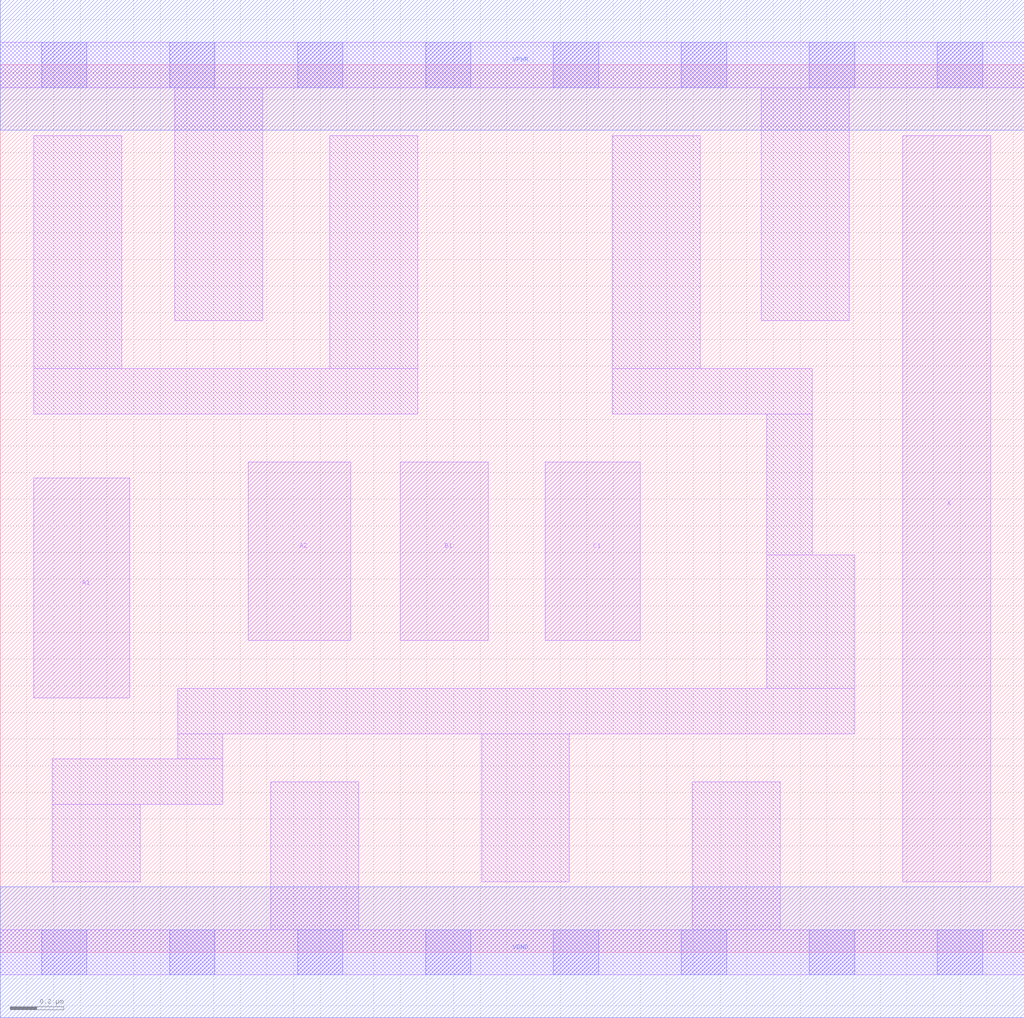
<source format=lef>
# Copyright 2020 The SkyWater PDK Authors
#
# Licensed under the Apache License, Version 2.0 (the "License");
# you may not use this file except in compliance with the License.
# You may obtain a copy of the License at
#
#     https://www.apache.org/licenses/LICENSE-2.0
#
# Unless required by applicable law or agreed to in writing, software
# distributed under the License is distributed on an "AS IS" BASIS,
# WITHOUT WARRANTIES OR CONDITIONS OF ANY KIND, either express or implied.
# See the License for the specific language governing permissions and
# limitations under the License.
#
# SPDX-License-Identifier: Apache-2.0

VERSION 5.7 ;
  NAMESCASESENSITIVE ON ;
  NOWIREEXTENSIONATPIN ON ;
  DIVIDERCHAR "/" ;
  BUSBITCHARS "[]" ;
UNITS
  DATABASE MICRONS 200 ;
END UNITS
MACRO sky130_fd_sc_lp__a211o_lp
  CLASS CORE ;
  SOURCE USER ;
  FOREIGN sky130_fd_sc_lp__a211o_lp ;
  ORIGIN  0.000000  0.000000 ;
  SIZE  3.840000 BY  3.330000 ;
  SYMMETRY X Y R90 ;
  SITE unit ;
  PIN A1
    ANTENNAGATEAREA  0.313000 ;
    DIRECTION INPUT ;
    USE SIGNAL ;
    PORT
      LAYER li1 ;
        RECT 0.125000 0.955000 0.485000 1.780000 ;
    END
  END A1
  PIN A2
    ANTENNAGATEAREA  0.313000 ;
    DIRECTION INPUT ;
    USE SIGNAL ;
    PORT
      LAYER li1 ;
        RECT 0.930000 1.170000 1.315000 1.840000 ;
    END
  END A2
  PIN B1
    ANTENNAGATEAREA  0.376000 ;
    DIRECTION INPUT ;
    USE SIGNAL ;
    PORT
      LAYER li1 ;
        RECT 1.500000 1.170000 1.830000 1.840000 ;
    END
  END B1
  PIN C1
    ANTENNAGATEAREA  0.376000 ;
    DIRECTION INPUT ;
    USE SIGNAL ;
    PORT
      LAYER li1 ;
        RECT 2.045000 1.170000 2.400000 1.840000 ;
    END
  END C1
  PIN X
    ANTENNADIFFAREA  0.404700 ;
    DIRECTION OUTPUT ;
    USE SIGNAL ;
    PORT
      LAYER li1 ;
        RECT 3.385000 0.265000 3.715000 3.065000 ;
    END
  END X
  PIN VGND
    DIRECTION INOUT ;
    USE GROUND ;
    PORT
      LAYER met1 ;
        RECT 0.000000 -0.245000 3.840000 0.245000 ;
    END
  END VGND
  PIN VPWR
    DIRECTION INOUT ;
    USE POWER ;
    PORT
      LAYER met1 ;
        RECT 0.000000 3.085000 3.840000 3.575000 ;
    END
  END VPWR
  OBS
    LAYER li1 ;
      RECT 0.000000 -0.085000 3.840000 0.085000 ;
      RECT 0.000000  3.245000 3.840000 3.415000 ;
      RECT 0.125000  2.020000 1.565000 2.190000 ;
      RECT 0.125000  2.190000 0.455000 3.065000 ;
      RECT 0.195000  0.265000 0.525000 0.555000 ;
      RECT 0.195000  0.555000 0.835000 0.725000 ;
      RECT 0.655000  2.370000 0.985000 3.245000 ;
      RECT 0.665000  0.725000 0.835000 0.820000 ;
      RECT 0.665000  0.820000 3.205000 0.990000 ;
      RECT 1.015000  0.085000 1.345000 0.640000 ;
      RECT 1.235000  2.190000 1.565000 3.065000 ;
      RECT 1.805000  0.265000 2.135000 0.820000 ;
      RECT 2.295000  2.020000 3.045000 2.190000 ;
      RECT 2.295000  2.190000 2.625000 3.065000 ;
      RECT 2.595000  0.085000 2.925000 0.640000 ;
      RECT 2.855000  2.370000 3.185000 3.245000 ;
      RECT 2.875000  0.990000 3.205000 1.490000 ;
      RECT 2.875000  1.490000 3.045000 2.020000 ;
    LAYER mcon ;
      RECT 0.155000 -0.085000 0.325000 0.085000 ;
      RECT 0.155000  3.245000 0.325000 3.415000 ;
      RECT 0.635000 -0.085000 0.805000 0.085000 ;
      RECT 0.635000  3.245000 0.805000 3.415000 ;
      RECT 1.115000 -0.085000 1.285000 0.085000 ;
      RECT 1.115000  3.245000 1.285000 3.415000 ;
      RECT 1.595000 -0.085000 1.765000 0.085000 ;
      RECT 1.595000  3.245000 1.765000 3.415000 ;
      RECT 2.075000 -0.085000 2.245000 0.085000 ;
      RECT 2.075000  3.245000 2.245000 3.415000 ;
      RECT 2.555000 -0.085000 2.725000 0.085000 ;
      RECT 2.555000  3.245000 2.725000 3.415000 ;
      RECT 3.035000 -0.085000 3.205000 0.085000 ;
      RECT 3.035000  3.245000 3.205000 3.415000 ;
      RECT 3.515000 -0.085000 3.685000 0.085000 ;
      RECT 3.515000  3.245000 3.685000 3.415000 ;
  END
END sky130_fd_sc_lp__a211o_lp
END LIBRARY

</source>
